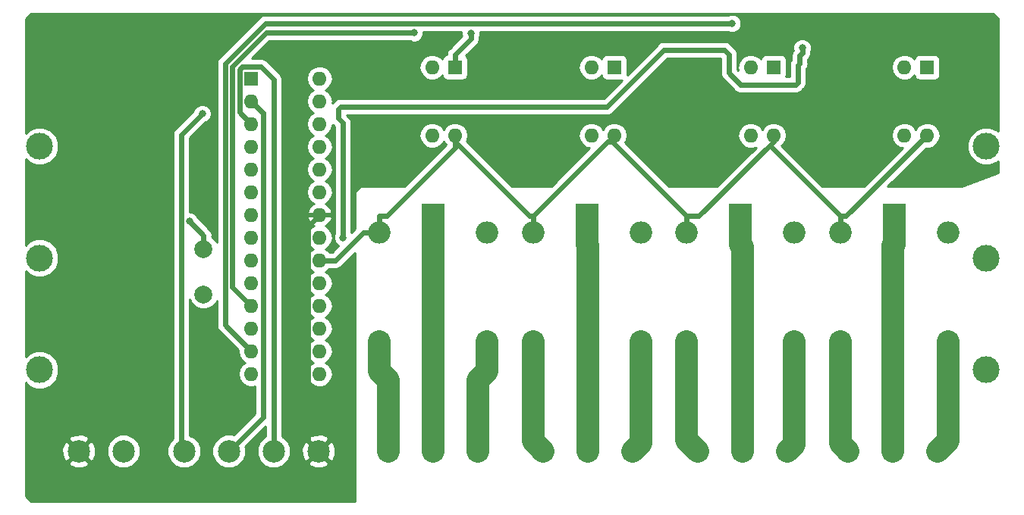
<source format=gbr>
G04 #@! TF.GenerationSoftware,KiCad,Pcbnew,(5.0.1)-3*
G04 #@! TF.CreationDate,2019-04-12T12:42:41-05:00*
G04 #@! TF.ProjectId,    RemoteControl,2020202052656D6F7465436F6E74726F,rev?*
G04 #@! TF.SameCoordinates,Original*
G04 #@! TF.FileFunction,Copper,L2,Bot,Signal*
G04 #@! TF.FilePolarity,Positive*
%FSLAX46Y46*%
G04 Gerber Fmt 4.6, Leading zero omitted, Abs format (unit mm)*
G04 Created by KiCad (PCBNEW (5.0.1)-3) date 12/04/2019 12:42:41*
%MOMM*%
%LPD*%
G01*
G04 APERTURE LIST*
G04 #@! TA.AperFunction,ComponentPad*
%ADD10R,2.500000X2.500000*%
G04 #@! TD*
G04 #@! TA.AperFunction,ComponentPad*
%ADD11O,2.500000X2.500000*%
G04 #@! TD*
G04 #@! TA.AperFunction,ComponentPad*
%ADD12O,1.600000X1.600000*%
G04 #@! TD*
G04 #@! TA.AperFunction,ComponentPad*
%ADD13R,1.600000X1.600000*%
G04 #@! TD*
G04 #@! TA.AperFunction,ComponentPad*
%ADD14C,1.998980*%
G04 #@! TD*
G04 #@! TA.AperFunction,ComponentPad*
%ADD15C,2.500000*%
G04 #@! TD*
G04 #@! TA.AperFunction,ComponentPad*
%ADD16C,3.000000*%
G04 #@! TD*
G04 #@! TA.AperFunction,ViaPad*
%ADD17C,0.800000*%
G04 #@! TD*
G04 #@! TA.AperFunction,Conductor*
%ADD18C,0.600000*%
G04 #@! TD*
G04 #@! TA.AperFunction,Conductor*
%ADD19C,2.500000*%
G04 #@! TD*
G04 #@! TA.AperFunction,Conductor*
%ADD20C,0.254000*%
G04 #@! TD*
G04 APERTURE END LIST*
D10*
G04 #@! TO.P,K3,1*
G04 #@! TO.N,Net-(J3-Pad2)*
X166370000Y-83820000D03*
D11*
G04 #@! TO.P,K3,2*
G04 #@! TO.N,+5V*
X160370000Y-85820000D03*
G04 #@! TO.P,K3,3*
G04 #@! TO.N,Net-(J3-Pad1)*
X160370000Y-98020000D03*
G04 #@! TO.P,K3,4*
G04 #@! TO.N,Net-(J3-Pad3)*
X172370000Y-98020000D03*
G04 #@! TO.P,K3,5*
G04 #@! TO.N,Net-(D5-Pad2)*
X172370000Y-85820000D03*
G04 #@! TD*
G04 #@! TO.P,K4,5*
G04 #@! TO.N,Net-(D7-Pad2)*
X189515000Y-85820000D03*
G04 #@! TO.P,K4,4*
G04 #@! TO.N,Net-(J4-Pad3)*
X189515000Y-98020000D03*
G04 #@! TO.P,K4,3*
G04 #@! TO.N,Net-(J4-Pad1)*
X177515000Y-98020000D03*
G04 #@! TO.P,K4,2*
G04 #@! TO.N,+5V*
X177515000Y-85820000D03*
D10*
G04 #@! TO.P,K4,1*
G04 #@! TO.N,Net-(J4-Pad2)*
X183515000Y-83820000D03*
G04 #@! TD*
G04 #@! TO.P,K1,1*
G04 #@! TO.N,Net-(J1-Pad2)*
X132080000Y-83820000D03*
D11*
G04 #@! TO.P,K1,2*
G04 #@! TO.N,+5V*
X126080000Y-85820000D03*
G04 #@! TO.P,K1,3*
G04 #@! TO.N,Net-(J1-Pad1)*
X126080000Y-98020000D03*
G04 #@! TO.P,K1,4*
G04 #@! TO.N,Net-(J1-Pad3)*
X138080000Y-98020000D03*
G04 #@! TO.P,K1,5*
G04 #@! TO.N,Net-(D1-Pad2)*
X138080000Y-85820000D03*
G04 #@! TD*
D12*
G04 #@! TO.P,U3,4*
G04 #@! TO.N,+5V*
X170053000Y-74930000D03*
G04 #@! TO.P,U3,2*
G04 #@! TO.N,Net-(R7-Pad2)*
X167513000Y-67310000D03*
G04 #@! TO.P,U3,3*
G04 #@! TO.N,Net-(R5-Pad1)*
X167513000Y-74930000D03*
D13*
G04 #@! TO.P,U3,1*
G04 #@! TO.N,Net-(D6-Pad1)*
X170053000Y-67310000D03*
G04 #@! TD*
D14*
G04 #@! TO.P,Y1,1*
G04 #@! TO.N,Net-(C1-Pad2)*
X106426000Y-87630000D03*
G04 #@! TO.P,Y1,2*
G04 #@! TO.N,Net-(C5-Pad2)*
X106426000Y-92710000D03*
G04 #@! TD*
D15*
G04 #@! TO.P,J4,3*
G04 #@! TO.N,Net-(J4-Pad3)*
X188388000Y-110236000D03*
G04 #@! TO.P,J4,1*
G04 #@! TO.N,Net-(J4-Pad1)*
X178388000Y-110236000D03*
G04 #@! TO.P,J4,2*
G04 #@! TO.N,Net-(J4-Pad2)*
X183388000Y-110236000D03*
G04 #@! TD*
G04 #@! TO.P,J3,3*
G04 #@! TO.N,Net-(J3-Pad3)*
X171624000Y-110236000D03*
G04 #@! TO.P,J3,1*
G04 #@! TO.N,Net-(J3-Pad1)*
X161624000Y-110236000D03*
G04 #@! TO.P,J3,2*
G04 #@! TO.N,Net-(J3-Pad2)*
X166624000Y-110236000D03*
G04 #@! TD*
D10*
G04 #@! TO.P,K2,1*
G04 #@! TO.N,Net-(J2-Pad2)*
X149225000Y-83820000D03*
D11*
G04 #@! TO.P,K2,2*
G04 #@! TO.N,+5V*
X143225000Y-85820000D03*
G04 #@! TO.P,K2,3*
G04 #@! TO.N,Net-(J2-Pad1)*
X143225000Y-98020000D03*
G04 #@! TO.P,K2,4*
G04 #@! TO.N,Net-(J2-Pad3)*
X155225000Y-98020000D03*
G04 #@! TO.P,K2,5*
G04 #@! TO.N,Net-(D3-Pad2)*
X155225000Y-85820000D03*
G04 #@! TD*
D12*
G04 #@! TO.P,U4,4*
G04 #@! TO.N,+5V*
X187198000Y-74930000D03*
G04 #@! TO.P,U4,2*
G04 #@! TO.N,Net-(R8-Pad2)*
X184658000Y-67310000D03*
G04 #@! TO.P,U4,3*
G04 #@! TO.N,Net-(R6-Pad1)*
X184658000Y-74930000D03*
D13*
G04 #@! TO.P,U4,1*
G04 #@! TO.N,Net-(D8-Pad1)*
X187198000Y-67310000D03*
G04 #@! TD*
D15*
G04 #@! TO.P,J1,2*
G04 #@! TO.N,Net-(J1-Pad2)*
X132080000Y-110236000D03*
G04 #@! TO.P,J1,1*
G04 #@! TO.N,Net-(J1-Pad1)*
X127080000Y-110236000D03*
G04 #@! TO.P,J1,3*
G04 #@! TO.N,Net-(J1-Pad3)*
X137080000Y-110236000D03*
G04 #@! TD*
G04 #@! TO.P,J2,3*
G04 #@! TO.N,Net-(J2-Pad3)*
X154352000Y-110236000D03*
G04 #@! TO.P,J2,1*
G04 #@! TO.N,Net-(J2-Pad1)*
X144352000Y-110236000D03*
G04 #@! TO.P,J2,2*
G04 #@! TO.N,Net-(J2-Pad2)*
X149352000Y-110236000D03*
G04 #@! TD*
D12*
G04 #@! TO.P,U1,4*
G04 #@! TO.N,+5V*
X134493000Y-74930000D03*
G04 #@! TO.P,U1,2*
G04 #@! TO.N,Net-(R3-Pad2)*
X131953000Y-67310000D03*
G04 #@! TO.P,U1,3*
G04 #@! TO.N,Net-(R1-Pad1)*
X131953000Y-74930000D03*
D13*
G04 #@! TO.P,U1,1*
G04 #@! TO.N,Net-(D2-Pad1)*
X134493000Y-67310000D03*
G04 #@! TD*
G04 #@! TO.P,U2,1*
G04 #@! TO.N,Net-(D4-Pad1)*
X152273000Y-67310000D03*
D12*
G04 #@! TO.P,U2,3*
G04 #@! TO.N,Net-(R2-Pad1)*
X149733000Y-74930000D03*
G04 #@! TO.P,U2,2*
G04 #@! TO.N,Net-(R4-Pad2)*
X149733000Y-67310000D03*
G04 #@! TO.P,U2,4*
G04 #@! TO.N,+5V*
X152273000Y-74930000D03*
G04 #@! TD*
D15*
G04 #@! TO.P,J5,4*
G04 #@! TO.N,GND*
X119260000Y-110236000D03*
G04 #@! TO.P,J5,3*
G04 #@! TO.N,Tx*
X114260000Y-110236000D03*
G04 #@! TO.P,J5,1*
G04 #@! TO.N,DTR*
X104260000Y-110236000D03*
G04 #@! TO.P,J5,2*
G04 #@! TO.N,Rx*
X109260000Y-110236000D03*
G04 #@! TD*
G04 #@! TO.P,J6,1*
G04 #@! TO.N,GND*
X92496000Y-110236000D03*
G04 #@! TO.P,J6,2*
G04 #@! TO.N,Net-(D9-Pad2)*
X97496000Y-110236000D03*
G04 #@! TD*
D12*
G04 #@! TO.P,U6,28*
G04 #@! TO.N,N/C*
X119380000Y-68580000D03*
G04 #@! TO.P,U6,14*
X111760000Y-101600000D03*
G04 #@! TO.P,U6,27*
X119380000Y-71120000D03*
G04 #@! TO.P,U6,13*
G04 #@! TO.N,D7*
X111760000Y-99060000D03*
G04 #@! TO.P,U6,26*
G04 #@! TO.N,N/C*
X119380000Y-73660000D03*
G04 #@! TO.P,U6,12*
G04 #@! TO.N,D6*
X111760000Y-96520000D03*
G04 #@! TO.P,U6,25*
G04 #@! TO.N,N/C*
X119380000Y-76200000D03*
G04 #@! TO.P,U6,11*
G04 #@! TO.N,D5*
X111760000Y-93980000D03*
G04 #@! TO.P,U6,24*
G04 #@! TO.N,N/C*
X119380000Y-78740000D03*
G04 #@! TO.P,U6,10*
G04 #@! TO.N,Net-(C5-Pad2)*
X111760000Y-91440000D03*
G04 #@! TO.P,U6,23*
G04 #@! TO.N,N/C*
X119380000Y-81280000D03*
G04 #@! TO.P,U6,9*
G04 #@! TO.N,Net-(C1-Pad2)*
X111760000Y-88900000D03*
G04 #@! TO.P,U6,22*
G04 #@! TO.N,GND*
X119380000Y-83820000D03*
G04 #@! TO.P,U6,8*
X111760000Y-86360000D03*
G04 #@! TO.P,U6,21*
G04 #@! TO.N,N/C*
X119380000Y-86360000D03*
G04 #@! TO.P,U6,7*
G04 #@! TO.N,+5V*
X111760000Y-83820000D03*
G04 #@! TO.P,U6,20*
X119380000Y-88900000D03*
G04 #@! TO.P,U6,6*
G04 #@! TO.N,D4*
X111760000Y-81280000D03*
G04 #@! TO.P,U6,19*
G04 #@! TO.N,N/C*
X119380000Y-91440000D03*
G04 #@! TO.P,U6,5*
X111760000Y-78740000D03*
G04 #@! TO.P,U6,18*
X119380000Y-93980000D03*
G04 #@! TO.P,U6,4*
X111760000Y-76200000D03*
G04 #@! TO.P,U6,17*
X119380000Y-96520000D03*
G04 #@! TO.P,U6,3*
G04 #@! TO.N,Tx*
X111760000Y-73660000D03*
G04 #@! TO.P,U6,16*
G04 #@! TO.N,N/C*
X119380000Y-99060000D03*
G04 #@! TO.P,U6,2*
G04 #@! TO.N,Rx*
X111760000Y-71120000D03*
G04 #@! TO.P,U6,15*
G04 #@! TO.N,N/C*
X119380000Y-101600000D03*
D13*
G04 #@! TO.P,U6,1*
G04 #@! TO.N,Net-(C6-Pad2)*
X111760000Y-68580000D03*
G04 #@! TD*
D16*
G04 #@! TO.P,J7,1*
G04 #@! TO.N,N/C*
X88138000Y-76136500D03*
G04 #@! TO.P,J7,2*
X88138000Y-88646000D03*
G04 #@! TO.P,J7,3*
X88138000Y-101155500D03*
G04 #@! TD*
G04 #@! TO.P,J8,3*
G04 #@! TO.N,N/C*
X193802000Y-101155500D03*
G04 #@! TO.P,J8,2*
X193802000Y-88646000D03*
G04 #@! TO.P,J8,1*
X193802000Y-76136500D03*
G04 #@! TD*
D17*
G04 #@! TO.N,DTR*
X106294500Y-72496200D03*
G04 #@! TO.N,D7*
X165429300Y-62407100D03*
G04 #@! TO.N,D6*
X173253400Y-65125600D03*
X121996200Y-86360000D03*
G04 #@! TO.N,D5*
X129937300Y-63466100D03*
G04 #@! TO.N,Net-(D2-Pad1)*
X136261100Y-63500000D03*
G04 #@! TO.N,Net-(C1-Pad2)*
X104887000Y-84563700D03*
G04 #@! TD*
D18*
G04 #@! TO.N,+5V*
X169614000Y-76069000D02*
X161713000Y-83970000D01*
X161713000Y-83970000D02*
X160370000Y-83970000D01*
X170053000Y-75630000D02*
X169614000Y-76069000D01*
X169614000Y-76069000D02*
X177515000Y-83970000D01*
X187198000Y-74930000D02*
X178158000Y-83970000D01*
X178158000Y-83970000D02*
X177515000Y-83970000D01*
X177515000Y-85820000D02*
X177515000Y-83970000D01*
X152037300Y-75637300D02*
X160370000Y-83970000D01*
X152273000Y-74930000D02*
X152037300Y-75165700D01*
X152037300Y-75165700D02*
X152037300Y-75637300D01*
X152037300Y-75637300D02*
X151557700Y-75637300D01*
X151557700Y-75637300D02*
X143225000Y-83970000D01*
X143225000Y-85820000D02*
X143225000Y-83970000D01*
X134493000Y-75630000D02*
X142833000Y-83970000D01*
X142833000Y-83970000D02*
X143225000Y-83970000D01*
X134493000Y-75630000D02*
X134493000Y-76330000D01*
X134493000Y-74930000D02*
X134493000Y-75630000D01*
X126080000Y-85820000D02*
X126080000Y-83970000D01*
X134493000Y-76330000D02*
X126853000Y-83970000D01*
X126853000Y-83970000D02*
X126080000Y-83970000D01*
X126080000Y-85820000D02*
X124230000Y-85820000D01*
X119380000Y-88900000D02*
X121150000Y-88900000D01*
X121150000Y-88900000D02*
X124230000Y-85820000D01*
X170053000Y-74930000D02*
X170053000Y-75630000D01*
X160370000Y-85820000D02*
X160370000Y-83970000D01*
G04 #@! TO.N,GND*
X119380000Y-83820000D02*
X118079600Y-85120400D01*
X118079600Y-85120400D02*
X118079600Y-109055600D01*
X118079600Y-109055600D02*
X119260000Y-110236000D01*
G04 #@! TO.N,DTR*
X104260000Y-110236000D02*
X103937900Y-109913900D01*
X103937900Y-109913900D02*
X103937900Y-74852800D01*
X103937900Y-74852800D02*
X106294500Y-72496200D01*
G04 #@! TO.N,D7*
X111760000Y-99060000D02*
X108838900Y-96138900D01*
X108838900Y-96138900D02*
X108838900Y-66902700D01*
X108838900Y-66902700D02*
X113334500Y-62407100D01*
X113334500Y-62407100D02*
X165429300Y-62407100D01*
G04 #@! TO.N,D6*
X173253400Y-65691285D02*
X172974000Y-65970685D01*
X173253400Y-65125600D02*
X173253400Y-65691285D01*
X172974000Y-66889002D02*
X172770800Y-67092202D01*
X172974000Y-65970685D02*
X172974000Y-66889002D01*
X172770800Y-67092202D02*
X172770800Y-69011800D01*
X172770800Y-69011800D02*
X172516800Y-69265800D01*
X172516800Y-69265800D02*
X166370000Y-69265800D01*
X166370000Y-69265800D02*
X165074600Y-67970400D01*
X165074600Y-67970400D02*
X165074600Y-65862200D01*
X165074600Y-65862200D02*
X164592000Y-65379600D01*
X164592000Y-65379600D02*
X157810200Y-65379600D01*
X157810200Y-65379600D02*
X151485600Y-71704200D01*
X151485600Y-71704200D02*
X121742200Y-71704200D01*
X121742200Y-71704200D02*
X121488200Y-71958200D01*
X121488200Y-71958200D02*
X121488200Y-73050400D01*
X121488200Y-73050400D02*
X121996200Y-73558400D01*
X121996200Y-73558400D02*
X121996200Y-86360000D01*
X121996200Y-86360000D02*
X121996200Y-86360000D01*
X121996200Y-86360000D02*
X121996200Y-86360000D01*
G04 #@! TO.N,D5*
X111760000Y-93980000D02*
X109639300Y-91859300D01*
X109639300Y-91859300D02*
X109639300Y-67239900D01*
X109639300Y-67239900D02*
X113413100Y-63466100D01*
X113413100Y-63466100D02*
X129937300Y-63466100D01*
G04 #@! TO.N,Tx*
X111760000Y-73660000D02*
X110452300Y-72352300D01*
X110452300Y-72352300D02*
X110452300Y-67570500D01*
X110452300Y-67570500D02*
X110743200Y-67279600D01*
X110743200Y-67279600D02*
X112852500Y-67279600D01*
X112852500Y-67279600D02*
X114260000Y-68687100D01*
X114260000Y-68687100D02*
X114260000Y-110236000D01*
G04 #@! TO.N,Rx*
X111760000Y-71120000D02*
X113060900Y-72420900D01*
X113060900Y-72420900D02*
X113060900Y-106435100D01*
X113060900Y-106435100D02*
X109260000Y-110236000D01*
D19*
G04 #@! TO.N,Net-(J4-Pad3)*
X188388000Y-110236000D02*
X189515000Y-109109000D01*
X189515000Y-109109000D02*
X189515000Y-98020000D01*
G04 #@! TO.N,Net-(J4-Pad1)*
X178388000Y-110236000D02*
X177515000Y-109363000D01*
X177515000Y-109363000D02*
X177515000Y-98020000D01*
G04 #@! TO.N,Net-(J4-Pad2)*
X183515000Y-83820000D02*
X183515000Y-87120300D01*
X183388000Y-110236000D02*
X183388000Y-87247300D01*
X183388000Y-87247300D02*
X183515000Y-87120300D01*
G04 #@! TO.N,Net-(J3-Pad3)*
X171624000Y-110236000D02*
X172370000Y-109490000D01*
X172370000Y-109490000D02*
X172370000Y-98020000D01*
G04 #@! TO.N,Net-(J3-Pad1)*
X161624000Y-110236000D02*
X160370000Y-108982000D01*
X160370000Y-108982000D02*
X160370000Y-98020000D01*
G04 #@! TO.N,Net-(J3-Pad2)*
X166370000Y-83820000D02*
X166370000Y-87120300D01*
X166624000Y-110236000D02*
X166624000Y-87374300D01*
X166624000Y-87374300D02*
X166370000Y-87120300D01*
D18*
G04 #@! TO.N,Net-(D2-Pad1)*
X134493000Y-65910000D02*
X136261100Y-64141900D01*
X136261100Y-64141900D02*
X136261100Y-63500000D01*
X134493000Y-67310000D02*
X134493000Y-65910000D01*
D19*
G04 #@! TO.N,Net-(J1-Pad2)*
X132080000Y-110236000D02*
X132080000Y-83820000D01*
G04 #@! TO.N,Net-(J1-Pad1)*
X126080000Y-98020000D02*
X126080000Y-101320300D01*
X127080000Y-110236000D02*
X127080000Y-102320300D01*
X127080000Y-102320300D02*
X126080000Y-101320300D01*
G04 #@! TO.N,Net-(J1-Pad3)*
X138080000Y-98020000D02*
X138080000Y-101320300D01*
X137080000Y-110236000D02*
X137080000Y-102320300D01*
X137080000Y-102320300D02*
X138080000Y-101320300D01*
G04 #@! TO.N,Net-(J2-Pad3)*
X154352000Y-110236000D02*
X155225000Y-109363000D01*
X155225000Y-109363000D02*
X155225000Y-98020000D01*
G04 #@! TO.N,Net-(J2-Pad1)*
X144352000Y-110236000D02*
X143225000Y-109109000D01*
X143225000Y-109109000D02*
X143225000Y-98020000D01*
G04 #@! TO.N,Net-(J2-Pad2)*
X149225000Y-83820000D02*
X149225000Y-87120300D01*
X149352000Y-110236000D02*
X149352000Y-87247300D01*
X149352000Y-87247300D02*
X149225000Y-87120300D01*
D18*
G04 #@! TO.N,Net-(C1-Pad2)*
X106426000Y-87630000D02*
X106426000Y-86102700D01*
X106426000Y-86102700D02*
X104887000Y-84563700D01*
G04 #@! TD*
D20*
G04 #@! TO.N,GND*
G36*
X195149401Y-61849012D02*
X195149401Y-74464555D01*
X195011380Y-74326534D01*
X194226678Y-74001500D01*
X193377322Y-74001500D01*
X192592620Y-74326534D01*
X191992034Y-74927120D01*
X191667000Y-75711822D01*
X191667000Y-76561178D01*
X191992034Y-77345880D01*
X192592620Y-77946466D01*
X193377322Y-78271500D01*
X194226678Y-78271500D01*
X195011380Y-77946466D01*
X195149401Y-77808445D01*
X195149401Y-79129591D01*
X191036148Y-80645000D01*
X182805289Y-80645000D01*
X187085289Y-76365000D01*
X187339333Y-76365000D01*
X187757909Y-76281740D01*
X188232577Y-75964577D01*
X188549740Y-75489909D01*
X188661113Y-74930000D01*
X188549740Y-74370091D01*
X188232577Y-73895423D01*
X187757909Y-73578260D01*
X187339333Y-73495000D01*
X187056667Y-73495000D01*
X186638091Y-73578260D01*
X186163423Y-73895423D01*
X185928000Y-74247758D01*
X185692577Y-73895423D01*
X185217909Y-73578260D01*
X184799333Y-73495000D01*
X184516667Y-73495000D01*
X184098091Y-73578260D01*
X183623423Y-73895423D01*
X183306260Y-74370091D01*
X183194887Y-74930000D01*
X183306260Y-75489909D01*
X183623423Y-75964577D01*
X184098091Y-76281740D01*
X184453313Y-76352398D01*
X180160711Y-80645000D01*
X175512289Y-80645000D01*
X170934290Y-76067000D01*
X171087577Y-75964577D01*
X171404740Y-75489909D01*
X171516113Y-74930000D01*
X171404740Y-74370091D01*
X171087577Y-73895423D01*
X170612909Y-73578260D01*
X170194333Y-73495000D01*
X169911667Y-73495000D01*
X169493091Y-73578260D01*
X169018423Y-73895423D01*
X168783000Y-74247758D01*
X168547577Y-73895423D01*
X168072909Y-73578260D01*
X167654333Y-73495000D01*
X167371667Y-73495000D01*
X166953091Y-73578260D01*
X166478423Y-73895423D01*
X166161260Y-74370091D01*
X166049887Y-74930000D01*
X166161260Y-75489909D01*
X166478423Y-75964577D01*
X166953091Y-76281740D01*
X167371667Y-76365000D01*
X167654333Y-76365000D01*
X168072909Y-76281740D01*
X168091175Y-76269535D01*
X163715711Y-80645000D01*
X158367290Y-80645000D01*
X153459499Y-75737210D01*
X153624740Y-75489909D01*
X153736113Y-74930000D01*
X153624740Y-74370091D01*
X153307577Y-73895423D01*
X152832909Y-73578260D01*
X152414333Y-73495000D01*
X152131667Y-73495000D01*
X151713091Y-73578260D01*
X151238423Y-73895423D01*
X151003000Y-74247758D01*
X150767577Y-73895423D01*
X150292909Y-73578260D01*
X149874333Y-73495000D01*
X149591667Y-73495000D01*
X149173091Y-73578260D01*
X148698423Y-73895423D01*
X148381260Y-74370091D01*
X148269887Y-74930000D01*
X148381260Y-75489909D01*
X148698423Y-75964577D01*
X149173091Y-76281740D01*
X149521640Y-76351071D01*
X145227710Y-80645000D01*
X140830290Y-80645000D01*
X135776831Y-75591542D01*
X135844740Y-75489909D01*
X135956113Y-74930000D01*
X135844740Y-74370091D01*
X135527577Y-73895423D01*
X135052909Y-73578260D01*
X134634333Y-73495000D01*
X134351667Y-73495000D01*
X133933091Y-73578260D01*
X133458423Y-73895423D01*
X133223000Y-74247758D01*
X132987577Y-73895423D01*
X132512909Y-73578260D01*
X132094333Y-73495000D01*
X131811667Y-73495000D01*
X131393091Y-73578260D01*
X130918423Y-73895423D01*
X130601260Y-74370091D01*
X130489887Y-74930000D01*
X130601260Y-75489909D01*
X130918423Y-75964577D01*
X131393091Y-76281740D01*
X131811667Y-76365000D01*
X132094333Y-76365000D01*
X132512909Y-76281740D01*
X132987577Y-75964577D01*
X133223000Y-75612242D01*
X133458423Y-75964577D01*
X133505007Y-75995704D01*
X128855711Y-80645000D01*
X123952000Y-80645000D01*
X123903399Y-80654667D01*
X123862197Y-80682197D01*
X123354197Y-81190197D01*
X123326667Y-81231399D01*
X123317000Y-81280183D01*
X123322935Y-85404775D01*
X122931200Y-85796510D01*
X122931200Y-73650480D01*
X122949516Y-73558399D01*
X122931200Y-73466318D01*
X122931200Y-73466314D01*
X122876950Y-73193581D01*
X122670297Y-72884303D01*
X122592228Y-72832139D01*
X122423200Y-72663111D01*
X122423200Y-72639200D01*
X151393514Y-72639200D01*
X151485600Y-72657517D01*
X151577686Y-72639200D01*
X151850419Y-72584950D01*
X152159697Y-72378297D01*
X152211861Y-72300228D01*
X158197490Y-66314600D01*
X164139601Y-66314600D01*
X164139600Y-67878314D01*
X164121283Y-67970400D01*
X164165604Y-68193217D01*
X164193850Y-68335218D01*
X164400503Y-68644497D01*
X164478572Y-68696661D01*
X165643741Y-69861831D01*
X165695903Y-69939897D01*
X166005181Y-70146550D01*
X166277914Y-70200800D01*
X166277917Y-70200800D01*
X166369999Y-70219116D01*
X166462081Y-70200800D01*
X172424714Y-70200800D01*
X172516800Y-70219117D01*
X172608886Y-70200800D01*
X172881619Y-70146550D01*
X173190897Y-69939897D01*
X173243061Y-69861828D01*
X173366828Y-69738061D01*
X173444897Y-69685897D01*
X173651550Y-69376619D01*
X173705800Y-69103886D01*
X173705800Y-69103883D01*
X173724116Y-69011801D01*
X173705800Y-68919719D01*
X173705800Y-67476740D01*
X173817212Y-67310000D01*
X183194887Y-67310000D01*
X183306260Y-67869909D01*
X183623423Y-68344577D01*
X184098091Y-68661740D01*
X184516667Y-68745000D01*
X184799333Y-68745000D01*
X185217909Y-68661740D01*
X185692577Y-68344577D01*
X185773215Y-68223894D01*
X185799843Y-68357765D01*
X185940191Y-68567809D01*
X186150235Y-68708157D01*
X186398000Y-68757440D01*
X187998000Y-68757440D01*
X188245765Y-68708157D01*
X188455809Y-68567809D01*
X188596157Y-68357765D01*
X188645440Y-68110000D01*
X188645440Y-66510000D01*
X188596157Y-66262235D01*
X188455809Y-66052191D01*
X188245765Y-65911843D01*
X187998000Y-65862560D01*
X186398000Y-65862560D01*
X186150235Y-65911843D01*
X185940191Y-66052191D01*
X185799843Y-66262235D01*
X185773215Y-66396106D01*
X185692577Y-66275423D01*
X185217909Y-65958260D01*
X184799333Y-65875000D01*
X184516667Y-65875000D01*
X184098091Y-65958260D01*
X183623423Y-66275423D01*
X183306260Y-66750091D01*
X183194887Y-67310000D01*
X173817212Y-67310000D01*
X173854750Y-67253821D01*
X173909000Y-66981088D01*
X173909000Y-66981085D01*
X173927316Y-66889003D01*
X173909000Y-66796921D01*
X173909000Y-66377741D01*
X173927497Y-66365382D01*
X174134150Y-66056104D01*
X174188400Y-65783371D01*
X174188400Y-65783368D01*
X174206716Y-65691286D01*
X174188400Y-65599204D01*
X174188400Y-65572896D01*
X174288400Y-65331474D01*
X174288400Y-64919726D01*
X174130831Y-64539320D01*
X173839680Y-64248169D01*
X173459274Y-64090600D01*
X173047526Y-64090600D01*
X172667120Y-64248169D01*
X172375969Y-64539320D01*
X172218400Y-64919726D01*
X172218400Y-65331474D01*
X172240670Y-65385238D01*
X172093250Y-65605867D01*
X172020683Y-65970685D01*
X172039000Y-66062771D01*
X172039001Y-66504463D01*
X171915196Y-66689750D01*
X171890050Y-66727384D01*
X171817483Y-67092202D01*
X171835800Y-67184288D01*
X171835801Y-68330800D01*
X171456521Y-68330800D01*
X171500440Y-68110000D01*
X171500440Y-66510000D01*
X171451157Y-66262235D01*
X171310809Y-66052191D01*
X171100765Y-65911843D01*
X170853000Y-65862560D01*
X169253000Y-65862560D01*
X169005235Y-65911843D01*
X168795191Y-66052191D01*
X168654843Y-66262235D01*
X168628215Y-66396106D01*
X168547577Y-66275423D01*
X168072909Y-65958260D01*
X167654333Y-65875000D01*
X167371667Y-65875000D01*
X166953091Y-65958260D01*
X166478423Y-66275423D01*
X166161260Y-66750091D01*
X166049887Y-67310000D01*
X166127705Y-67701215D01*
X166009600Y-67583111D01*
X166009600Y-65954280D01*
X166027916Y-65862199D01*
X166009600Y-65770118D01*
X166009600Y-65770114D01*
X165955350Y-65497381D01*
X165748697Y-65188103D01*
X165670628Y-65135939D01*
X165318261Y-64783572D01*
X165266097Y-64705503D01*
X164956819Y-64498850D01*
X164684086Y-64444600D01*
X164592000Y-64426283D01*
X164499914Y-64444600D01*
X157902285Y-64444600D01*
X157810199Y-64426283D01*
X157683410Y-64451503D01*
X157445381Y-64498850D01*
X157136103Y-64705503D01*
X157083941Y-64783569D01*
X153711235Y-68156275D01*
X153720440Y-68110000D01*
X153720440Y-66510000D01*
X153671157Y-66262235D01*
X153530809Y-66052191D01*
X153320765Y-65911843D01*
X153073000Y-65862560D01*
X151473000Y-65862560D01*
X151225235Y-65911843D01*
X151015191Y-66052191D01*
X150874843Y-66262235D01*
X150848215Y-66396106D01*
X150767577Y-66275423D01*
X150292909Y-65958260D01*
X149874333Y-65875000D01*
X149591667Y-65875000D01*
X149173091Y-65958260D01*
X148698423Y-66275423D01*
X148381260Y-66750091D01*
X148269887Y-67310000D01*
X148381260Y-67869909D01*
X148698423Y-68344577D01*
X149173091Y-68661740D01*
X149591667Y-68745000D01*
X149874333Y-68745000D01*
X150292909Y-68661740D01*
X150767577Y-68344577D01*
X150848215Y-68223894D01*
X150874843Y-68357765D01*
X151015191Y-68567809D01*
X151225235Y-68708157D01*
X151473000Y-68757440D01*
X153073000Y-68757440D01*
X153119275Y-68748235D01*
X151098311Y-70769200D01*
X121834281Y-70769200D01*
X121742199Y-70750884D01*
X121650117Y-70769200D01*
X121650114Y-70769200D01*
X121377381Y-70823450D01*
X121068103Y-71030103D01*
X121015939Y-71108172D01*
X120892172Y-71231939D01*
X120814103Y-71284103D01*
X120808931Y-71291843D01*
X120843113Y-71120000D01*
X120731740Y-70560091D01*
X120414577Y-70085423D01*
X120062242Y-69850000D01*
X120414577Y-69614577D01*
X120731740Y-69139909D01*
X120843113Y-68580000D01*
X120731740Y-68020091D01*
X120414577Y-67545423D01*
X119939909Y-67228260D01*
X119521333Y-67145000D01*
X119238667Y-67145000D01*
X118820091Y-67228260D01*
X118345423Y-67545423D01*
X118028260Y-68020091D01*
X117916887Y-68580000D01*
X118028260Y-69139909D01*
X118345423Y-69614577D01*
X118697758Y-69850000D01*
X118345423Y-70085423D01*
X118028260Y-70560091D01*
X117916887Y-71120000D01*
X118028260Y-71679909D01*
X118345423Y-72154577D01*
X118697758Y-72390000D01*
X118345423Y-72625423D01*
X118028260Y-73100091D01*
X117916887Y-73660000D01*
X118028260Y-74219909D01*
X118345423Y-74694577D01*
X118697758Y-74930000D01*
X118345423Y-75165423D01*
X118028260Y-75640091D01*
X117916887Y-76200000D01*
X118028260Y-76759909D01*
X118345423Y-77234577D01*
X118697758Y-77470000D01*
X118345423Y-77705423D01*
X118028260Y-78180091D01*
X117916887Y-78740000D01*
X118028260Y-79299909D01*
X118345423Y-79774577D01*
X118697758Y-80010000D01*
X118345423Y-80245423D01*
X118028260Y-80720091D01*
X117916887Y-81280000D01*
X118028260Y-81839909D01*
X118345423Y-82314577D01*
X118729108Y-82570947D01*
X118524866Y-82667611D01*
X118148959Y-83082577D01*
X117988096Y-83470961D01*
X118110085Y-83693000D01*
X119253000Y-83693000D01*
X119253000Y-83673000D01*
X119507000Y-83673000D01*
X119507000Y-83693000D01*
X120649915Y-83693000D01*
X120771904Y-83470961D01*
X120611041Y-83082577D01*
X120235134Y-82667611D01*
X120030892Y-82570947D01*
X120414577Y-82314577D01*
X120731740Y-81839909D01*
X120843113Y-81280000D01*
X120731740Y-80720091D01*
X120414577Y-80245423D01*
X120062242Y-80010000D01*
X120414577Y-79774577D01*
X120731740Y-79299909D01*
X120843113Y-78740000D01*
X120731740Y-78180091D01*
X120414577Y-77705423D01*
X120062242Y-77470000D01*
X120414577Y-77234577D01*
X120731740Y-76759909D01*
X120843113Y-76200000D01*
X120731740Y-75640091D01*
X120414577Y-75165423D01*
X120062242Y-74930000D01*
X120414577Y-74694577D01*
X120731740Y-74219909D01*
X120828386Y-73734040D01*
X120892170Y-73776659D01*
X121061200Y-73945689D01*
X121061201Y-85912702D01*
X120961200Y-86154126D01*
X120961200Y-86565874D01*
X121118769Y-86946280D01*
X121409920Y-87237431D01*
X121466743Y-87260968D01*
X120762711Y-87965000D01*
X120481112Y-87965000D01*
X120414577Y-87865423D01*
X120062242Y-87630000D01*
X120414577Y-87394577D01*
X120731740Y-86919909D01*
X120843113Y-86360000D01*
X120731740Y-85800091D01*
X120414577Y-85325423D01*
X120030892Y-85069053D01*
X120235134Y-84972389D01*
X120611041Y-84557423D01*
X120771904Y-84169039D01*
X120649915Y-83947000D01*
X119507000Y-83947000D01*
X119507000Y-83967000D01*
X119253000Y-83967000D01*
X119253000Y-83947000D01*
X118110085Y-83947000D01*
X117988096Y-84169039D01*
X118148959Y-84557423D01*
X118524866Y-84972389D01*
X118729108Y-85069053D01*
X118345423Y-85325423D01*
X118028260Y-85800091D01*
X117916887Y-86360000D01*
X118028260Y-86919909D01*
X118345423Y-87394577D01*
X118697758Y-87630000D01*
X118345423Y-87865423D01*
X118028260Y-88340091D01*
X117916887Y-88900000D01*
X118028260Y-89459909D01*
X118345423Y-89934577D01*
X118697758Y-90170000D01*
X118345423Y-90405423D01*
X118028260Y-90880091D01*
X117916887Y-91440000D01*
X118028260Y-91999909D01*
X118345423Y-92474577D01*
X118697758Y-92710000D01*
X118345423Y-92945423D01*
X118028260Y-93420091D01*
X117916887Y-93980000D01*
X118028260Y-94539909D01*
X118345423Y-95014577D01*
X118697758Y-95250000D01*
X118345423Y-95485423D01*
X118028260Y-95960091D01*
X117916887Y-96520000D01*
X118028260Y-97079909D01*
X118345423Y-97554577D01*
X118697758Y-97790000D01*
X118345423Y-98025423D01*
X118028260Y-98500091D01*
X117916887Y-99060000D01*
X118028260Y-99619909D01*
X118345423Y-100094577D01*
X118697758Y-100330000D01*
X118345423Y-100565423D01*
X118028260Y-101040091D01*
X117916887Y-101600000D01*
X118028260Y-102159909D01*
X118345423Y-102634577D01*
X118820091Y-102951740D01*
X119238667Y-103035000D01*
X119521333Y-103035000D01*
X119939909Y-102951740D01*
X120414577Y-102634577D01*
X120731740Y-102159909D01*
X120843113Y-101600000D01*
X120731740Y-101040091D01*
X120414577Y-100565423D01*
X120062242Y-100330000D01*
X120414577Y-100094577D01*
X120731740Y-99619909D01*
X120843113Y-99060000D01*
X120731740Y-98500091D01*
X120414577Y-98025423D01*
X120062242Y-97790000D01*
X120414577Y-97554577D01*
X120731740Y-97079909D01*
X120843113Y-96520000D01*
X120731740Y-95960091D01*
X120414577Y-95485423D01*
X120062242Y-95250000D01*
X120414577Y-95014577D01*
X120731740Y-94539909D01*
X120843113Y-93980000D01*
X120731740Y-93420091D01*
X120414577Y-92945423D01*
X120062242Y-92710000D01*
X120414577Y-92474577D01*
X120731740Y-91999909D01*
X120843113Y-91440000D01*
X120731740Y-90880091D01*
X120414577Y-90405423D01*
X120062242Y-90170000D01*
X120414577Y-89934577D01*
X120481112Y-89835000D01*
X121057914Y-89835000D01*
X121150000Y-89853317D01*
X121242086Y-89835000D01*
X121514819Y-89780750D01*
X121824097Y-89574097D01*
X121876261Y-89496028D01*
X123326734Y-88045555D01*
X123366778Y-115876000D01*
X87141970Y-115876000D01*
X86562000Y-115281160D01*
X86562000Y-111569320D01*
X91342285Y-111569320D01*
X91471533Y-111862123D01*
X92171806Y-112130388D01*
X92921435Y-112110250D01*
X93520467Y-111862123D01*
X93649715Y-111569320D01*
X92496000Y-110415605D01*
X91342285Y-111569320D01*
X86562000Y-111569320D01*
X86562000Y-109911806D01*
X90601612Y-109911806D01*
X90621750Y-110661435D01*
X90869877Y-111260467D01*
X91162680Y-111389715D01*
X92316395Y-110236000D01*
X92675605Y-110236000D01*
X93829320Y-111389715D01*
X94122123Y-111260467D01*
X94390388Y-110560194D01*
X94371607Y-109861050D01*
X95611000Y-109861050D01*
X95611000Y-110610950D01*
X95897974Y-111303767D01*
X96428233Y-111834026D01*
X97121050Y-112121000D01*
X97870950Y-112121000D01*
X98563767Y-111834026D01*
X99094026Y-111303767D01*
X99381000Y-110610950D01*
X99381000Y-109861050D01*
X102375000Y-109861050D01*
X102375000Y-110610950D01*
X102661974Y-111303767D01*
X103192233Y-111834026D01*
X103885050Y-112121000D01*
X104634950Y-112121000D01*
X105327767Y-111834026D01*
X105858026Y-111303767D01*
X106145000Y-110610950D01*
X106145000Y-109861050D01*
X105858026Y-109168233D01*
X105327767Y-108637974D01*
X104872900Y-108449562D01*
X104872900Y-93231613D01*
X105040346Y-93635864D01*
X105500136Y-94095654D01*
X106100880Y-94344490D01*
X106751120Y-94344490D01*
X107351864Y-94095654D01*
X107811654Y-93635864D01*
X107903900Y-93413162D01*
X107903900Y-96046814D01*
X107885583Y-96138900D01*
X107958150Y-96503718D01*
X108164803Y-96812997D01*
X108242872Y-96865161D01*
X110320251Y-98942541D01*
X110296887Y-99060000D01*
X110408260Y-99619909D01*
X110725423Y-100094577D01*
X111077758Y-100330000D01*
X110725423Y-100565423D01*
X110408260Y-101040091D01*
X110296887Y-101600000D01*
X110408260Y-102159909D01*
X110725423Y-102634577D01*
X111200091Y-102951740D01*
X111618667Y-103035000D01*
X111901333Y-103035000D01*
X112125901Y-102990331D01*
X112125901Y-106047809D01*
X109767717Y-108405994D01*
X109634950Y-108351000D01*
X108885050Y-108351000D01*
X108192233Y-108637974D01*
X107661974Y-109168233D01*
X107375000Y-109861050D01*
X107375000Y-110610950D01*
X107661974Y-111303767D01*
X108192233Y-111834026D01*
X108885050Y-112121000D01*
X109634950Y-112121000D01*
X110327767Y-111834026D01*
X110858026Y-111303767D01*
X111145000Y-110610950D01*
X111145000Y-109861050D01*
X111090006Y-109728283D01*
X113325001Y-107493289D01*
X113325001Y-108582980D01*
X113192233Y-108637974D01*
X112661974Y-109168233D01*
X112375000Y-109861050D01*
X112375000Y-110610950D01*
X112661974Y-111303767D01*
X113192233Y-111834026D01*
X113885050Y-112121000D01*
X114634950Y-112121000D01*
X115327767Y-111834026D01*
X115592473Y-111569320D01*
X118106285Y-111569320D01*
X118235533Y-111862123D01*
X118935806Y-112130388D01*
X119685435Y-112110250D01*
X120284467Y-111862123D01*
X120413715Y-111569320D01*
X119260000Y-110415605D01*
X118106285Y-111569320D01*
X115592473Y-111569320D01*
X115858026Y-111303767D01*
X116145000Y-110610950D01*
X116145000Y-109911806D01*
X117365612Y-109911806D01*
X117385750Y-110661435D01*
X117633877Y-111260467D01*
X117926680Y-111389715D01*
X119080395Y-110236000D01*
X119439605Y-110236000D01*
X120593320Y-111389715D01*
X120886123Y-111260467D01*
X121154388Y-110560194D01*
X121134250Y-109810565D01*
X120886123Y-109211533D01*
X120593320Y-109082285D01*
X119439605Y-110236000D01*
X119080395Y-110236000D01*
X117926680Y-109082285D01*
X117633877Y-109211533D01*
X117365612Y-109911806D01*
X116145000Y-109911806D01*
X116145000Y-109861050D01*
X115858026Y-109168233D01*
X115592473Y-108902680D01*
X118106285Y-108902680D01*
X119260000Y-110056395D01*
X120413715Y-108902680D01*
X120284467Y-108609877D01*
X119584194Y-108341612D01*
X118834565Y-108361750D01*
X118235533Y-108609877D01*
X118106285Y-108902680D01*
X115592473Y-108902680D01*
X115327767Y-108637974D01*
X115195000Y-108582980D01*
X115195000Y-68779186D01*
X115213317Y-68687100D01*
X115192014Y-68580000D01*
X115140750Y-68322281D01*
X114934097Y-68013003D01*
X114856028Y-67960839D01*
X113578761Y-66683572D01*
X113526597Y-66605503D01*
X113217319Y-66398850D01*
X112944586Y-66344600D01*
X112852500Y-66326283D01*
X112760414Y-66344600D01*
X111856889Y-66344600D01*
X113800390Y-64401100D01*
X129490004Y-64401100D01*
X129731426Y-64501100D01*
X130143174Y-64501100D01*
X130523580Y-64343531D01*
X130814731Y-64052380D01*
X130972300Y-63671974D01*
X130972300Y-63342100D01*
X135226100Y-63342100D01*
X135226100Y-63705874D01*
X135269664Y-63811046D01*
X133896970Y-65183741D01*
X133818904Y-65235903D01*
X133766742Y-65313969D01*
X133766741Y-65313970D01*
X133612250Y-65545182D01*
X133543192Y-65892358D01*
X133445235Y-65911843D01*
X133235191Y-66052191D01*
X133094843Y-66262235D01*
X133068215Y-66396106D01*
X132987577Y-66275423D01*
X132512909Y-65958260D01*
X132094333Y-65875000D01*
X131811667Y-65875000D01*
X131393091Y-65958260D01*
X130918423Y-66275423D01*
X130601260Y-66750091D01*
X130489887Y-67310000D01*
X130601260Y-67869909D01*
X130918423Y-68344577D01*
X131393091Y-68661740D01*
X131811667Y-68745000D01*
X132094333Y-68745000D01*
X132512909Y-68661740D01*
X132987577Y-68344577D01*
X133068215Y-68223894D01*
X133094843Y-68357765D01*
X133235191Y-68567809D01*
X133445235Y-68708157D01*
X133693000Y-68757440D01*
X135293000Y-68757440D01*
X135540765Y-68708157D01*
X135750809Y-68567809D01*
X135891157Y-68357765D01*
X135940440Y-68110000D01*
X135940440Y-66510000D01*
X135891157Y-66262235D01*
X135750809Y-66052191D01*
X135704225Y-66021064D01*
X136857131Y-64868159D01*
X136935197Y-64815997D01*
X137141850Y-64506719D01*
X137196100Y-64233986D01*
X137196100Y-64233985D01*
X137214417Y-64141900D01*
X137196100Y-64049814D01*
X137196100Y-63947296D01*
X137296100Y-63705874D01*
X137296100Y-63342100D01*
X164982004Y-63342100D01*
X165223426Y-63442100D01*
X165635174Y-63442100D01*
X166015580Y-63284531D01*
X166306731Y-62993380D01*
X166464300Y-62612974D01*
X166464300Y-62201226D01*
X166306731Y-61820820D01*
X166015580Y-61529669D01*
X165635174Y-61372100D01*
X165223426Y-61372100D01*
X164982004Y-61472100D01*
X113426580Y-61472100D01*
X113334499Y-61453784D01*
X113242418Y-61472100D01*
X113242414Y-61472100D01*
X112969681Y-61526350D01*
X112660403Y-61733003D01*
X112608241Y-61811069D01*
X108242870Y-66176441D01*
X108164804Y-66228603D01*
X108112642Y-66306669D01*
X108112641Y-66306670D01*
X107958150Y-66537882D01*
X107885583Y-66902700D01*
X107903901Y-66994791D01*
X107903900Y-86926839D01*
X107811654Y-86704136D01*
X107361000Y-86253482D01*
X107361000Y-86194786D01*
X107379317Y-86102700D01*
X107306750Y-85737881D01*
X107213752Y-85598700D01*
X107100097Y-85428603D01*
X107022028Y-85376439D01*
X105864431Y-84218842D01*
X105764431Y-83977420D01*
X105473280Y-83686269D01*
X105092874Y-83528700D01*
X104872900Y-83528700D01*
X104872900Y-75240089D01*
X106639358Y-73473631D01*
X106880780Y-73373631D01*
X107171931Y-73082480D01*
X107329500Y-72702074D01*
X107329500Y-72290326D01*
X107171931Y-71909920D01*
X106880780Y-71618769D01*
X106500374Y-71461200D01*
X106088626Y-71461200D01*
X105708220Y-71618769D01*
X105417069Y-71909920D01*
X105317069Y-72151342D01*
X103341870Y-74126541D01*
X103263804Y-74178703D01*
X103211642Y-74256769D01*
X103211641Y-74256770D01*
X103057150Y-74487982D01*
X102984583Y-74852800D01*
X103002901Y-74944891D01*
X103002900Y-108827307D01*
X102661974Y-109168233D01*
X102375000Y-109861050D01*
X99381000Y-109861050D01*
X99094026Y-109168233D01*
X98563767Y-108637974D01*
X97870950Y-108351000D01*
X97121050Y-108351000D01*
X96428233Y-108637974D01*
X95897974Y-109168233D01*
X95611000Y-109861050D01*
X94371607Y-109861050D01*
X94370250Y-109810565D01*
X94122123Y-109211533D01*
X93829320Y-109082285D01*
X92675605Y-110236000D01*
X92316395Y-110236000D01*
X91162680Y-109082285D01*
X90869877Y-109211533D01*
X90601612Y-109911806D01*
X86562000Y-109911806D01*
X86562000Y-108902680D01*
X91342285Y-108902680D01*
X92496000Y-110056395D01*
X93649715Y-108902680D01*
X93520467Y-108609877D01*
X92820194Y-108341612D01*
X92070565Y-108361750D01*
X91471533Y-108609877D01*
X91342285Y-108902680D01*
X86562000Y-108902680D01*
X86562000Y-102598846D01*
X86928620Y-102965466D01*
X87713322Y-103290500D01*
X88562678Y-103290500D01*
X89347380Y-102965466D01*
X89947966Y-102364880D01*
X90273000Y-101580178D01*
X90273000Y-100730822D01*
X89947966Y-99946120D01*
X89347380Y-99345534D01*
X88562678Y-99020500D01*
X87713322Y-99020500D01*
X86928620Y-99345534D01*
X86562000Y-99712154D01*
X86562000Y-90089346D01*
X86928620Y-90455966D01*
X87713322Y-90781000D01*
X88562678Y-90781000D01*
X89347380Y-90455966D01*
X89947966Y-89855380D01*
X90273000Y-89070678D01*
X90273000Y-88221322D01*
X89947966Y-87436620D01*
X89347380Y-86836034D01*
X88562678Y-86511000D01*
X87713322Y-86511000D01*
X86928620Y-86836034D01*
X86562000Y-87202654D01*
X86562000Y-77579846D01*
X86928620Y-77946466D01*
X87713322Y-78271500D01*
X88562678Y-78271500D01*
X89347380Y-77946466D01*
X89947966Y-77345880D01*
X90273000Y-76561178D01*
X90273000Y-75711822D01*
X89947966Y-74927120D01*
X89347380Y-74326534D01*
X88562678Y-74001500D01*
X87713322Y-74001500D01*
X86928620Y-74326534D01*
X86562000Y-74693154D01*
X86562000Y-61889090D01*
X87162091Y-61289000D01*
X194559915Y-61289000D01*
X195149401Y-61849012D01*
X195149401Y-61849012D01*
G37*
X195149401Y-61849012D02*
X195149401Y-74464555D01*
X195011380Y-74326534D01*
X194226678Y-74001500D01*
X193377322Y-74001500D01*
X192592620Y-74326534D01*
X191992034Y-74927120D01*
X191667000Y-75711822D01*
X191667000Y-76561178D01*
X191992034Y-77345880D01*
X192592620Y-77946466D01*
X193377322Y-78271500D01*
X194226678Y-78271500D01*
X195011380Y-77946466D01*
X195149401Y-77808445D01*
X195149401Y-79129591D01*
X191036148Y-80645000D01*
X182805289Y-80645000D01*
X187085289Y-76365000D01*
X187339333Y-76365000D01*
X187757909Y-76281740D01*
X188232577Y-75964577D01*
X188549740Y-75489909D01*
X188661113Y-74930000D01*
X188549740Y-74370091D01*
X188232577Y-73895423D01*
X187757909Y-73578260D01*
X187339333Y-73495000D01*
X187056667Y-73495000D01*
X186638091Y-73578260D01*
X186163423Y-73895423D01*
X185928000Y-74247758D01*
X185692577Y-73895423D01*
X185217909Y-73578260D01*
X184799333Y-73495000D01*
X184516667Y-73495000D01*
X184098091Y-73578260D01*
X183623423Y-73895423D01*
X183306260Y-74370091D01*
X183194887Y-74930000D01*
X183306260Y-75489909D01*
X183623423Y-75964577D01*
X184098091Y-76281740D01*
X184453313Y-76352398D01*
X180160711Y-80645000D01*
X175512289Y-80645000D01*
X170934290Y-76067000D01*
X171087577Y-75964577D01*
X171404740Y-75489909D01*
X171516113Y-74930000D01*
X171404740Y-74370091D01*
X171087577Y-73895423D01*
X170612909Y-73578260D01*
X170194333Y-73495000D01*
X169911667Y-73495000D01*
X169493091Y-73578260D01*
X169018423Y-73895423D01*
X168783000Y-74247758D01*
X168547577Y-73895423D01*
X168072909Y-73578260D01*
X167654333Y-73495000D01*
X167371667Y-73495000D01*
X166953091Y-73578260D01*
X166478423Y-73895423D01*
X166161260Y-74370091D01*
X166049887Y-74930000D01*
X166161260Y-75489909D01*
X166478423Y-75964577D01*
X166953091Y-76281740D01*
X167371667Y-76365000D01*
X167654333Y-76365000D01*
X168072909Y-76281740D01*
X168091175Y-76269535D01*
X163715711Y-80645000D01*
X158367290Y-80645000D01*
X153459499Y-75737210D01*
X153624740Y-75489909D01*
X153736113Y-74930000D01*
X153624740Y-74370091D01*
X153307577Y-73895423D01*
X152832909Y-73578260D01*
X152414333Y-73495000D01*
X152131667Y-73495000D01*
X151713091Y-73578260D01*
X151238423Y-73895423D01*
X151003000Y-74247758D01*
X150767577Y-73895423D01*
X150292909Y-73578260D01*
X149874333Y-73495000D01*
X149591667Y-73495000D01*
X149173091Y-73578260D01*
X148698423Y-73895423D01*
X148381260Y-74370091D01*
X148269887Y-74930000D01*
X148381260Y-75489909D01*
X148698423Y-75964577D01*
X149173091Y-76281740D01*
X149521640Y-76351071D01*
X145227710Y-80645000D01*
X140830290Y-80645000D01*
X135776831Y-75591542D01*
X135844740Y-75489909D01*
X135956113Y-74930000D01*
X135844740Y-74370091D01*
X135527577Y-73895423D01*
X135052909Y-73578260D01*
X134634333Y-73495000D01*
X134351667Y-73495000D01*
X133933091Y-73578260D01*
X133458423Y-73895423D01*
X133223000Y-74247758D01*
X132987577Y-73895423D01*
X132512909Y-73578260D01*
X132094333Y-73495000D01*
X131811667Y-73495000D01*
X131393091Y-73578260D01*
X130918423Y-73895423D01*
X130601260Y-74370091D01*
X130489887Y-74930000D01*
X130601260Y-75489909D01*
X130918423Y-75964577D01*
X131393091Y-76281740D01*
X131811667Y-76365000D01*
X132094333Y-76365000D01*
X132512909Y-76281740D01*
X132987577Y-75964577D01*
X133223000Y-75612242D01*
X133458423Y-75964577D01*
X133505007Y-75995704D01*
X128855711Y-80645000D01*
X123952000Y-80645000D01*
X123903399Y-80654667D01*
X123862197Y-80682197D01*
X123354197Y-81190197D01*
X123326667Y-81231399D01*
X123317000Y-81280183D01*
X123322935Y-85404775D01*
X122931200Y-85796510D01*
X122931200Y-73650480D01*
X122949516Y-73558399D01*
X122931200Y-73466318D01*
X122931200Y-73466314D01*
X122876950Y-73193581D01*
X122670297Y-72884303D01*
X122592228Y-72832139D01*
X122423200Y-72663111D01*
X122423200Y-72639200D01*
X151393514Y-72639200D01*
X151485600Y-72657517D01*
X151577686Y-72639200D01*
X151850419Y-72584950D01*
X152159697Y-72378297D01*
X152211861Y-72300228D01*
X158197490Y-66314600D01*
X164139601Y-66314600D01*
X164139600Y-67878314D01*
X164121283Y-67970400D01*
X164165604Y-68193217D01*
X164193850Y-68335218D01*
X164400503Y-68644497D01*
X164478572Y-68696661D01*
X165643741Y-69861831D01*
X165695903Y-69939897D01*
X166005181Y-70146550D01*
X166277914Y-70200800D01*
X166277917Y-70200800D01*
X166369999Y-70219116D01*
X166462081Y-70200800D01*
X172424714Y-70200800D01*
X172516800Y-70219117D01*
X172608886Y-70200800D01*
X172881619Y-70146550D01*
X173190897Y-69939897D01*
X173243061Y-69861828D01*
X173366828Y-69738061D01*
X173444897Y-69685897D01*
X173651550Y-69376619D01*
X173705800Y-69103886D01*
X173705800Y-69103883D01*
X173724116Y-69011801D01*
X173705800Y-68919719D01*
X173705800Y-67476740D01*
X173817212Y-67310000D01*
X183194887Y-67310000D01*
X183306260Y-67869909D01*
X183623423Y-68344577D01*
X184098091Y-68661740D01*
X184516667Y-68745000D01*
X184799333Y-68745000D01*
X185217909Y-68661740D01*
X185692577Y-68344577D01*
X185773215Y-68223894D01*
X185799843Y-68357765D01*
X185940191Y-68567809D01*
X186150235Y-68708157D01*
X186398000Y-68757440D01*
X187998000Y-68757440D01*
X188245765Y-68708157D01*
X188455809Y-68567809D01*
X188596157Y-68357765D01*
X188645440Y-68110000D01*
X188645440Y-66510000D01*
X188596157Y-66262235D01*
X188455809Y-66052191D01*
X188245765Y-65911843D01*
X187998000Y-65862560D01*
X186398000Y-65862560D01*
X186150235Y-65911843D01*
X185940191Y-66052191D01*
X185799843Y-66262235D01*
X185773215Y-66396106D01*
X185692577Y-66275423D01*
X185217909Y-65958260D01*
X184799333Y-65875000D01*
X184516667Y-65875000D01*
X184098091Y-65958260D01*
X183623423Y-66275423D01*
X183306260Y-66750091D01*
X183194887Y-67310000D01*
X173817212Y-67310000D01*
X173854750Y-67253821D01*
X173909000Y-66981088D01*
X173909000Y-66981085D01*
X173927316Y-66889003D01*
X173909000Y-66796921D01*
X173909000Y-66377741D01*
X173927497Y-66365382D01*
X174134150Y-66056104D01*
X174188400Y-65783371D01*
X174188400Y-65783368D01*
X174206716Y-65691286D01*
X174188400Y-65599204D01*
X174188400Y-65572896D01*
X174288400Y-65331474D01*
X174288400Y-64919726D01*
X174130831Y-64539320D01*
X173839680Y-64248169D01*
X173459274Y-64090600D01*
X173047526Y-64090600D01*
X172667120Y-64248169D01*
X172375969Y-64539320D01*
X172218400Y-64919726D01*
X172218400Y-65331474D01*
X172240670Y-65385238D01*
X172093250Y-65605867D01*
X172020683Y-65970685D01*
X172039000Y-66062771D01*
X172039001Y-66504463D01*
X171915196Y-66689750D01*
X171890050Y-66727384D01*
X171817483Y-67092202D01*
X171835800Y-67184288D01*
X171835801Y-68330800D01*
X171456521Y-68330800D01*
X171500440Y-68110000D01*
X171500440Y-66510000D01*
X171451157Y-66262235D01*
X171310809Y-66052191D01*
X171100765Y-65911843D01*
X170853000Y-65862560D01*
X169253000Y-65862560D01*
X169005235Y-65911843D01*
X168795191Y-66052191D01*
X168654843Y-66262235D01*
X168628215Y-66396106D01*
X168547577Y-66275423D01*
X168072909Y-65958260D01*
X167654333Y-65875000D01*
X167371667Y-65875000D01*
X166953091Y-65958260D01*
X166478423Y-66275423D01*
X166161260Y-66750091D01*
X166049887Y-67310000D01*
X166127705Y-67701215D01*
X166009600Y-67583111D01*
X166009600Y-65954280D01*
X166027916Y-65862199D01*
X166009600Y-65770118D01*
X166009600Y-65770114D01*
X165955350Y-65497381D01*
X165748697Y-65188103D01*
X165670628Y-65135939D01*
X165318261Y-64783572D01*
X165266097Y-64705503D01*
X164956819Y-64498850D01*
X164684086Y-64444600D01*
X164592000Y-64426283D01*
X164499914Y-64444600D01*
X157902285Y-64444600D01*
X157810199Y-64426283D01*
X157683410Y-64451503D01*
X157445381Y-64498850D01*
X157136103Y-64705503D01*
X157083941Y-64783569D01*
X153711235Y-68156275D01*
X153720440Y-68110000D01*
X153720440Y-66510000D01*
X153671157Y-66262235D01*
X153530809Y-66052191D01*
X153320765Y-65911843D01*
X153073000Y-65862560D01*
X151473000Y-65862560D01*
X151225235Y-65911843D01*
X151015191Y-66052191D01*
X150874843Y-66262235D01*
X150848215Y-66396106D01*
X150767577Y-66275423D01*
X150292909Y-65958260D01*
X149874333Y-65875000D01*
X149591667Y-65875000D01*
X149173091Y-65958260D01*
X148698423Y-66275423D01*
X148381260Y-66750091D01*
X148269887Y-67310000D01*
X148381260Y-67869909D01*
X148698423Y-68344577D01*
X149173091Y-68661740D01*
X149591667Y-68745000D01*
X149874333Y-68745000D01*
X150292909Y-68661740D01*
X150767577Y-68344577D01*
X150848215Y-68223894D01*
X150874843Y-68357765D01*
X151015191Y-68567809D01*
X151225235Y-68708157D01*
X151473000Y-68757440D01*
X153073000Y-68757440D01*
X153119275Y-68748235D01*
X151098311Y-70769200D01*
X121834281Y-70769200D01*
X121742199Y-70750884D01*
X121650117Y-70769200D01*
X121650114Y-70769200D01*
X121377381Y-70823450D01*
X121068103Y-71030103D01*
X121015939Y-71108172D01*
X120892172Y-71231939D01*
X120814103Y-71284103D01*
X120808931Y-71291843D01*
X120843113Y-71120000D01*
X120731740Y-70560091D01*
X120414577Y-70085423D01*
X120062242Y-69850000D01*
X120414577Y-69614577D01*
X120731740Y-69139909D01*
X120843113Y-68580000D01*
X120731740Y-68020091D01*
X120414577Y-67545423D01*
X119939909Y-67228260D01*
X119521333Y-67145000D01*
X119238667Y-67145000D01*
X118820091Y-67228260D01*
X118345423Y-67545423D01*
X118028260Y-68020091D01*
X117916887Y-68580000D01*
X118028260Y-69139909D01*
X118345423Y-69614577D01*
X118697758Y-69850000D01*
X118345423Y-70085423D01*
X118028260Y-70560091D01*
X117916887Y-71120000D01*
X118028260Y-71679909D01*
X118345423Y-72154577D01*
X118697758Y-72390000D01*
X118345423Y-72625423D01*
X118028260Y-73100091D01*
X117916887Y-73660000D01*
X118028260Y-74219909D01*
X118345423Y-74694577D01*
X118697758Y-74930000D01*
X118345423Y-75165423D01*
X118028260Y-75640091D01*
X117916887Y-76200000D01*
X118028260Y-76759909D01*
X118345423Y-77234577D01*
X118697758Y-77470000D01*
X118345423Y-77705423D01*
X118028260Y-78180091D01*
X117916887Y-78740000D01*
X118028260Y-79299909D01*
X118345423Y-79774577D01*
X118697758Y-80010000D01*
X118345423Y-80245423D01*
X118028260Y-80720091D01*
X117916887Y-81280000D01*
X118028260Y-81839909D01*
X118345423Y-82314577D01*
X118729108Y-82570947D01*
X118524866Y-82667611D01*
X118148959Y-83082577D01*
X117988096Y-83470961D01*
X118110085Y-83693000D01*
X119253000Y-83693000D01*
X119253000Y-83673000D01*
X119507000Y-83673000D01*
X119507000Y-83693000D01*
X120649915Y-83693000D01*
X120771904Y-83470961D01*
X120611041Y-83082577D01*
X120235134Y-82667611D01*
X120030892Y-82570947D01*
X120414577Y-82314577D01*
X120731740Y-81839909D01*
X120843113Y-81280000D01*
X120731740Y-80720091D01*
X120414577Y-80245423D01*
X120062242Y-80010000D01*
X120414577Y-79774577D01*
X120731740Y-79299909D01*
X120843113Y-78740000D01*
X120731740Y-78180091D01*
X120414577Y-77705423D01*
X120062242Y-77470000D01*
X120414577Y-77234577D01*
X120731740Y-76759909D01*
X120843113Y-76200000D01*
X120731740Y-75640091D01*
X120414577Y-75165423D01*
X120062242Y-74930000D01*
X120414577Y-74694577D01*
X120731740Y-74219909D01*
X120828386Y-73734040D01*
X120892170Y-73776659D01*
X121061200Y-73945689D01*
X121061201Y-85912702D01*
X120961200Y-86154126D01*
X120961200Y-86565874D01*
X121118769Y-86946280D01*
X121409920Y-87237431D01*
X121466743Y-87260968D01*
X120762711Y-87965000D01*
X120481112Y-87965000D01*
X120414577Y-87865423D01*
X120062242Y-87630000D01*
X120414577Y-87394577D01*
X120731740Y-86919909D01*
X120843113Y-86360000D01*
X120731740Y-85800091D01*
X120414577Y-85325423D01*
X120030892Y-85069053D01*
X120235134Y-84972389D01*
X120611041Y-84557423D01*
X120771904Y-84169039D01*
X120649915Y-83947000D01*
X119507000Y-83947000D01*
X119507000Y-83967000D01*
X119253000Y-83967000D01*
X119253000Y-83947000D01*
X118110085Y-83947000D01*
X117988096Y-84169039D01*
X118148959Y-84557423D01*
X118524866Y-84972389D01*
X118729108Y-85069053D01*
X118345423Y-85325423D01*
X118028260Y-85800091D01*
X117916887Y-86360000D01*
X118028260Y-86919909D01*
X118345423Y-87394577D01*
X118697758Y-87630000D01*
X118345423Y-87865423D01*
X118028260Y-88340091D01*
X117916887Y-88900000D01*
X118028260Y-89459909D01*
X118345423Y-89934577D01*
X118697758Y-90170000D01*
X118345423Y-90405423D01*
X118028260Y-90880091D01*
X117916887Y-91440000D01*
X118028260Y-91999909D01*
X118345423Y-92474577D01*
X118697758Y-92710000D01*
X118345423Y-92945423D01*
X118028260Y-93420091D01*
X117916887Y-93980000D01*
X118028260Y-94539909D01*
X118345423Y-95014577D01*
X118697758Y-95250000D01*
X118345423Y-95485423D01*
X118028260Y-95960091D01*
X117916887Y-96520000D01*
X118028260Y-97079909D01*
X118345423Y-97554577D01*
X118697758Y-97790000D01*
X118345423Y-98025423D01*
X118028260Y-98500091D01*
X117916887Y-99060000D01*
X118028260Y-99619909D01*
X118345423Y-100094577D01*
X118697758Y-100330000D01*
X118345423Y-100565423D01*
X118028260Y-101040091D01*
X117916887Y-101600000D01*
X118028260Y-102159909D01*
X118345423Y-102634577D01*
X118820091Y-102951740D01*
X119238667Y-103035000D01*
X119521333Y-103035000D01*
X119939909Y-102951740D01*
X120414577Y-102634577D01*
X120731740Y-102159909D01*
X120843113Y-101600000D01*
X120731740Y-101040091D01*
X120414577Y-100565423D01*
X120062242Y-100330000D01*
X120414577Y-100094577D01*
X120731740Y-99619909D01*
X120843113Y-99060000D01*
X120731740Y-98500091D01*
X120414577Y-98025423D01*
X120062242Y-97790000D01*
X120414577Y-97554577D01*
X120731740Y-97079909D01*
X120843113Y-96520000D01*
X120731740Y-95960091D01*
X120414577Y-95485423D01*
X120062242Y-95250000D01*
X120414577Y-95014577D01*
X120731740Y-94539909D01*
X120843113Y-93980000D01*
X120731740Y-93420091D01*
X120414577Y-92945423D01*
X120062242Y-92710000D01*
X120414577Y-92474577D01*
X120731740Y-91999909D01*
X120843113Y-91440000D01*
X120731740Y-90880091D01*
X120414577Y-90405423D01*
X120062242Y-90170000D01*
X120414577Y-89934577D01*
X120481112Y-89835000D01*
X121057914Y-89835000D01*
X121150000Y-89853317D01*
X121242086Y-89835000D01*
X121514819Y-89780750D01*
X121824097Y-89574097D01*
X121876261Y-89496028D01*
X123326734Y-88045555D01*
X123366778Y-115876000D01*
X87141970Y-115876000D01*
X86562000Y-115281160D01*
X86562000Y-111569320D01*
X91342285Y-111569320D01*
X91471533Y-111862123D01*
X92171806Y-112130388D01*
X92921435Y-112110250D01*
X93520467Y-111862123D01*
X93649715Y-111569320D01*
X92496000Y-110415605D01*
X91342285Y-111569320D01*
X86562000Y-111569320D01*
X86562000Y-109911806D01*
X90601612Y-109911806D01*
X90621750Y-110661435D01*
X90869877Y-111260467D01*
X91162680Y-111389715D01*
X92316395Y-110236000D01*
X92675605Y-110236000D01*
X93829320Y-111389715D01*
X94122123Y-111260467D01*
X94390388Y-110560194D01*
X94371607Y-109861050D01*
X95611000Y-109861050D01*
X95611000Y-110610950D01*
X95897974Y-111303767D01*
X96428233Y-111834026D01*
X97121050Y-112121000D01*
X97870950Y-112121000D01*
X98563767Y-111834026D01*
X99094026Y-111303767D01*
X99381000Y-110610950D01*
X99381000Y-109861050D01*
X102375000Y-109861050D01*
X102375000Y-110610950D01*
X102661974Y-111303767D01*
X103192233Y-111834026D01*
X103885050Y-112121000D01*
X104634950Y-112121000D01*
X105327767Y-111834026D01*
X105858026Y-111303767D01*
X106145000Y-110610950D01*
X106145000Y-109861050D01*
X105858026Y-109168233D01*
X105327767Y-108637974D01*
X104872900Y-108449562D01*
X104872900Y-93231613D01*
X105040346Y-93635864D01*
X105500136Y-94095654D01*
X106100880Y-94344490D01*
X106751120Y-94344490D01*
X107351864Y-94095654D01*
X107811654Y-93635864D01*
X107903900Y-93413162D01*
X107903900Y-96046814D01*
X107885583Y-96138900D01*
X107958150Y-96503718D01*
X108164803Y-96812997D01*
X108242872Y-96865161D01*
X110320251Y-98942541D01*
X110296887Y-99060000D01*
X110408260Y-99619909D01*
X110725423Y-100094577D01*
X111077758Y-100330000D01*
X110725423Y-100565423D01*
X110408260Y-101040091D01*
X110296887Y-101600000D01*
X110408260Y-102159909D01*
X110725423Y-102634577D01*
X111200091Y-102951740D01*
X111618667Y-103035000D01*
X111901333Y-103035000D01*
X112125901Y-102990331D01*
X112125901Y-106047809D01*
X109767717Y-108405994D01*
X109634950Y-108351000D01*
X108885050Y-108351000D01*
X108192233Y-108637974D01*
X107661974Y-109168233D01*
X107375000Y-109861050D01*
X107375000Y-110610950D01*
X107661974Y-111303767D01*
X108192233Y-111834026D01*
X108885050Y-112121000D01*
X109634950Y-112121000D01*
X110327767Y-111834026D01*
X110858026Y-111303767D01*
X111145000Y-110610950D01*
X111145000Y-109861050D01*
X111090006Y-109728283D01*
X113325001Y-107493289D01*
X113325001Y-108582980D01*
X113192233Y-108637974D01*
X112661974Y-109168233D01*
X112375000Y-109861050D01*
X112375000Y-110610950D01*
X112661974Y-111303767D01*
X113192233Y-111834026D01*
X113885050Y-112121000D01*
X114634950Y-112121000D01*
X115327767Y-111834026D01*
X115592473Y-111569320D01*
X118106285Y-111569320D01*
X118235533Y-111862123D01*
X118935806Y-112130388D01*
X119685435Y-112110250D01*
X120284467Y-111862123D01*
X120413715Y-111569320D01*
X119260000Y-110415605D01*
X118106285Y-111569320D01*
X115592473Y-111569320D01*
X115858026Y-111303767D01*
X116145000Y-110610950D01*
X116145000Y-109911806D01*
X117365612Y-109911806D01*
X117385750Y-110661435D01*
X117633877Y-111260467D01*
X117926680Y-111389715D01*
X119080395Y-110236000D01*
X119439605Y-110236000D01*
X120593320Y-111389715D01*
X120886123Y-111260467D01*
X121154388Y-110560194D01*
X121134250Y-109810565D01*
X120886123Y-109211533D01*
X120593320Y-109082285D01*
X119439605Y-110236000D01*
X119080395Y-110236000D01*
X117926680Y-109082285D01*
X117633877Y-109211533D01*
X117365612Y-109911806D01*
X116145000Y-109911806D01*
X116145000Y-109861050D01*
X115858026Y-109168233D01*
X115592473Y-108902680D01*
X118106285Y-108902680D01*
X119260000Y-110056395D01*
X120413715Y-108902680D01*
X120284467Y-108609877D01*
X119584194Y-108341612D01*
X118834565Y-108361750D01*
X118235533Y-108609877D01*
X118106285Y-108902680D01*
X115592473Y-108902680D01*
X115327767Y-108637974D01*
X115195000Y-108582980D01*
X115195000Y-68779186D01*
X115213317Y-68687100D01*
X115192014Y-68580000D01*
X115140750Y-68322281D01*
X114934097Y-68013003D01*
X114856028Y-67960839D01*
X113578761Y-66683572D01*
X113526597Y-66605503D01*
X113217319Y-66398850D01*
X112944586Y-66344600D01*
X112852500Y-66326283D01*
X112760414Y-66344600D01*
X111856889Y-66344600D01*
X113800390Y-64401100D01*
X129490004Y-64401100D01*
X129731426Y-64501100D01*
X130143174Y-64501100D01*
X130523580Y-64343531D01*
X130814731Y-64052380D01*
X130972300Y-63671974D01*
X130972300Y-63342100D01*
X135226100Y-63342100D01*
X135226100Y-63705874D01*
X135269664Y-63811046D01*
X133896970Y-65183741D01*
X133818904Y-65235903D01*
X133766742Y-65313969D01*
X133766741Y-65313970D01*
X133612250Y-65545182D01*
X133543192Y-65892358D01*
X133445235Y-65911843D01*
X133235191Y-66052191D01*
X133094843Y-66262235D01*
X133068215Y-66396106D01*
X132987577Y-66275423D01*
X132512909Y-65958260D01*
X132094333Y-65875000D01*
X131811667Y-65875000D01*
X131393091Y-65958260D01*
X130918423Y-66275423D01*
X130601260Y-66750091D01*
X130489887Y-67310000D01*
X130601260Y-67869909D01*
X130918423Y-68344577D01*
X131393091Y-68661740D01*
X131811667Y-68745000D01*
X132094333Y-68745000D01*
X132512909Y-68661740D01*
X132987577Y-68344577D01*
X133068215Y-68223894D01*
X133094843Y-68357765D01*
X133235191Y-68567809D01*
X133445235Y-68708157D01*
X133693000Y-68757440D01*
X135293000Y-68757440D01*
X135540765Y-68708157D01*
X135750809Y-68567809D01*
X135891157Y-68357765D01*
X135940440Y-68110000D01*
X135940440Y-66510000D01*
X135891157Y-66262235D01*
X135750809Y-66052191D01*
X135704225Y-66021064D01*
X136857131Y-64868159D01*
X136935197Y-64815997D01*
X137141850Y-64506719D01*
X137196100Y-64233986D01*
X137196100Y-64233985D01*
X137214417Y-64141900D01*
X137196100Y-64049814D01*
X137196100Y-63947296D01*
X137296100Y-63705874D01*
X137296100Y-63342100D01*
X164982004Y-63342100D01*
X165223426Y-63442100D01*
X165635174Y-63442100D01*
X166015580Y-63284531D01*
X166306731Y-62993380D01*
X166464300Y-62612974D01*
X166464300Y-62201226D01*
X166306731Y-61820820D01*
X166015580Y-61529669D01*
X165635174Y-61372100D01*
X165223426Y-61372100D01*
X164982004Y-61472100D01*
X113426580Y-61472100D01*
X113334499Y-61453784D01*
X113242418Y-61472100D01*
X113242414Y-61472100D01*
X112969681Y-61526350D01*
X112660403Y-61733003D01*
X112608241Y-61811069D01*
X108242870Y-66176441D01*
X108164804Y-66228603D01*
X108112642Y-66306669D01*
X108112641Y-66306670D01*
X107958150Y-66537882D01*
X107885583Y-66902700D01*
X107903901Y-66994791D01*
X107903900Y-86926839D01*
X107811654Y-86704136D01*
X107361000Y-86253482D01*
X107361000Y-86194786D01*
X107379317Y-86102700D01*
X107306750Y-85737881D01*
X107213752Y-85598700D01*
X107100097Y-85428603D01*
X107022028Y-85376439D01*
X105864431Y-84218842D01*
X105764431Y-83977420D01*
X105473280Y-83686269D01*
X105092874Y-83528700D01*
X104872900Y-83528700D01*
X104872900Y-75240089D01*
X106639358Y-73473631D01*
X106880780Y-73373631D01*
X107171931Y-73082480D01*
X107329500Y-72702074D01*
X107329500Y-72290326D01*
X107171931Y-71909920D01*
X106880780Y-71618769D01*
X106500374Y-71461200D01*
X106088626Y-71461200D01*
X105708220Y-71618769D01*
X105417069Y-71909920D01*
X105317069Y-72151342D01*
X103341870Y-74126541D01*
X103263804Y-74178703D01*
X103211642Y-74256769D01*
X103211641Y-74256770D01*
X103057150Y-74487982D01*
X102984583Y-74852800D01*
X103002901Y-74944891D01*
X103002900Y-108827307D01*
X102661974Y-109168233D01*
X102375000Y-109861050D01*
X99381000Y-109861050D01*
X99094026Y-109168233D01*
X98563767Y-108637974D01*
X97870950Y-108351000D01*
X97121050Y-108351000D01*
X96428233Y-108637974D01*
X95897974Y-109168233D01*
X95611000Y-109861050D01*
X94371607Y-109861050D01*
X94370250Y-109810565D01*
X94122123Y-109211533D01*
X93829320Y-109082285D01*
X92675605Y-110236000D01*
X92316395Y-110236000D01*
X91162680Y-109082285D01*
X90869877Y-109211533D01*
X90601612Y-109911806D01*
X86562000Y-109911806D01*
X86562000Y-108902680D01*
X91342285Y-108902680D01*
X92496000Y-110056395D01*
X93649715Y-108902680D01*
X93520467Y-108609877D01*
X92820194Y-108341612D01*
X92070565Y-108361750D01*
X91471533Y-108609877D01*
X91342285Y-108902680D01*
X86562000Y-108902680D01*
X86562000Y-102598846D01*
X86928620Y-102965466D01*
X87713322Y-103290500D01*
X88562678Y-103290500D01*
X89347380Y-102965466D01*
X89947966Y-102364880D01*
X90273000Y-101580178D01*
X90273000Y-100730822D01*
X89947966Y-99946120D01*
X89347380Y-99345534D01*
X88562678Y-99020500D01*
X87713322Y-99020500D01*
X86928620Y-99345534D01*
X86562000Y-99712154D01*
X86562000Y-90089346D01*
X86928620Y-90455966D01*
X87713322Y-90781000D01*
X88562678Y-90781000D01*
X89347380Y-90455966D01*
X89947966Y-89855380D01*
X90273000Y-89070678D01*
X90273000Y-88221322D01*
X89947966Y-87436620D01*
X89347380Y-86836034D01*
X88562678Y-86511000D01*
X87713322Y-86511000D01*
X86928620Y-86836034D01*
X86562000Y-87202654D01*
X86562000Y-77579846D01*
X86928620Y-77946466D01*
X87713322Y-78271500D01*
X88562678Y-78271500D01*
X89347380Y-77946466D01*
X89947966Y-77345880D01*
X90273000Y-76561178D01*
X90273000Y-75711822D01*
X89947966Y-74927120D01*
X89347380Y-74326534D01*
X88562678Y-74001500D01*
X87713322Y-74001500D01*
X86928620Y-74326534D01*
X86562000Y-74693154D01*
X86562000Y-61889090D01*
X87162091Y-61289000D01*
X194559915Y-61289000D01*
X195149401Y-61849012D01*
G36*
X111887000Y-86233000D02*
X111907000Y-86233000D01*
X111907000Y-86487000D01*
X111887000Y-86487000D01*
X111887000Y-86507000D01*
X111633000Y-86507000D01*
X111633000Y-86487000D01*
X111613000Y-86487000D01*
X111613000Y-86233000D01*
X111633000Y-86233000D01*
X111633000Y-86213000D01*
X111887000Y-86213000D01*
X111887000Y-86233000D01*
X111887000Y-86233000D01*
G37*
X111887000Y-86233000D02*
X111907000Y-86233000D01*
X111907000Y-86487000D01*
X111887000Y-86487000D01*
X111887000Y-86507000D01*
X111633000Y-86507000D01*
X111633000Y-86487000D01*
X111613000Y-86487000D01*
X111613000Y-86233000D01*
X111633000Y-86233000D01*
X111633000Y-86213000D01*
X111887000Y-86213000D01*
X111887000Y-86233000D01*
G04 #@! TD*
M02*

</source>
